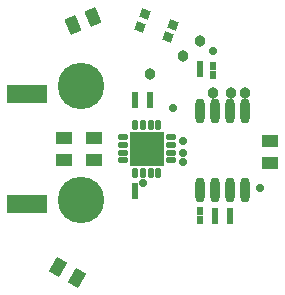
<source format=gts>
G04*
G04 #@! TF.GenerationSoftware,Altium Limited,Altium Designer,19.1.6 (110)*
G04*
G04 Layer_Color=8388736*
%FSLAX25Y25*%
%MOIN*%
G70*
G01*
G75*
G04:AMPARAMS|DCode=24|XSize=30.44mil|YSize=29.65mil|CornerRadius=0mil|HoleSize=0mil|Usage=FLASHONLY|Rotation=340.000|XOffset=0mil|YOffset=0mil|HoleType=Round|Shape=Rectangle|*
%AMROTATEDRECTD24*
4,1,4,-0.01937,-0.00873,-0.00923,0.01914,0.01937,0.00873,0.00923,-0.01914,-0.01937,-0.00873,0.0*
%
%ADD24ROTATEDRECTD24*%

G04:AMPARAMS|DCode=25|XSize=39.5mil|YSize=55.24mil|CornerRadius=0mil|HoleSize=0mil|Usage=FLASHONLY|Rotation=150.000|XOffset=0mil|YOffset=0mil|HoleType=Round|Shape=Rectangle|*
%AMROTATEDRECTD25*
4,1,4,0.03091,0.01405,0.00329,-0.03380,-0.03091,-0.01405,-0.00329,0.03380,0.03091,0.01405,0.0*
%
%ADD25ROTATEDRECTD25*%

G04:AMPARAMS|DCode=26|XSize=39.5mil|YSize=55.24mil|CornerRadius=0mil|HoleSize=0mil|Usage=FLASHONLY|Rotation=23.000|XOffset=0mil|YOffset=0mil|HoleType=Round|Shape=Rectangle|*
%AMROTATEDRECTD26*
4,1,4,-0.00739,-0.03314,-0.02897,0.01771,0.00739,0.03314,0.02897,-0.01771,-0.00739,-0.03314,0.0*
%
%ADD26ROTATEDRECTD26*%

%ADD27R,0.05524X0.03950*%
%ADD28R,0.01981X0.02769*%
%ADD29R,0.11332X0.11332*%
%ADD30O,0.01981X0.03753*%
%ADD31O,0.03753X0.01981*%
%ADD32R,0.13400X0.05918*%
%ADD33O,0.03162X0.08280*%
%ADD34C,0.15500*%
%ADD35C,0.03800*%
%ADD36C,0.02800*%
%ADD37C,0.02769*%
D24*
X53564Y100363D02*
D03*
X62998Y96929D02*
D03*
X52002Y96071D02*
D03*
X61436Y92637D02*
D03*
D25*
X24863Y16043D02*
D03*
X31000Y12500D02*
D03*
D26*
X36261Y99384D02*
D03*
X29739Y96616D02*
D03*
D27*
X95500Y50914D02*
D03*
Y58000D02*
D03*
X36838Y51920D02*
D03*
Y59006D02*
D03*
X26838Y51920D02*
D03*
Y59006D02*
D03*
D28*
X77000Y31744D02*
D03*
Y34500D02*
D03*
X82000Y31622D02*
D03*
Y34378D02*
D03*
X72000Y31866D02*
D03*
Y34622D02*
D03*
X55500Y73256D02*
D03*
Y70500D02*
D03*
X50500D02*
D03*
Y73256D02*
D03*
X76409Y82956D02*
D03*
Y80200D02*
D03*
X50500Y40122D02*
D03*
Y42878D02*
D03*
X72000Y83500D02*
D03*
Y80744D02*
D03*
D29*
X54338Y55506D02*
D03*
D30*
X50499Y63478D02*
D03*
X53058D02*
D03*
X55617D02*
D03*
X58176D02*
D03*
Y47534D02*
D03*
X55617D02*
D03*
X53058D02*
D03*
X50499D02*
D03*
D31*
X62310Y59345D02*
D03*
Y56786D02*
D03*
Y54226D02*
D03*
Y51667D02*
D03*
X46365D02*
D03*
Y54226D02*
D03*
Y56786D02*
D03*
Y59345D02*
D03*
D32*
X14338Y37199D02*
D03*
Y73813D02*
D03*
D33*
X87000Y68189D02*
D03*
X82000D02*
D03*
X77000D02*
D03*
X72000D02*
D03*
X87000Y41811D02*
D03*
X82000D02*
D03*
X77000D02*
D03*
X72000D02*
D03*
D34*
X32500Y38500D02*
D03*
Y76500D02*
D03*
D35*
X66500Y86500D02*
D03*
X55500Y80541D02*
D03*
X76500Y74000D02*
D03*
X72000Y91516D02*
D03*
X82500Y74000D02*
D03*
X87000D02*
D03*
D36*
X92000Y42500D02*
D03*
X53000Y44000D02*
D03*
X66500Y51000D02*
D03*
Y54250D02*
D03*
X76500Y88000D02*
D03*
X63000Y69000D02*
D03*
X66500Y58000D02*
D03*
D37*
X56503Y53341D02*
D03*
X52172D02*
D03*
X56503Y57671D02*
D03*
X52172D02*
D03*
M02*

</source>
